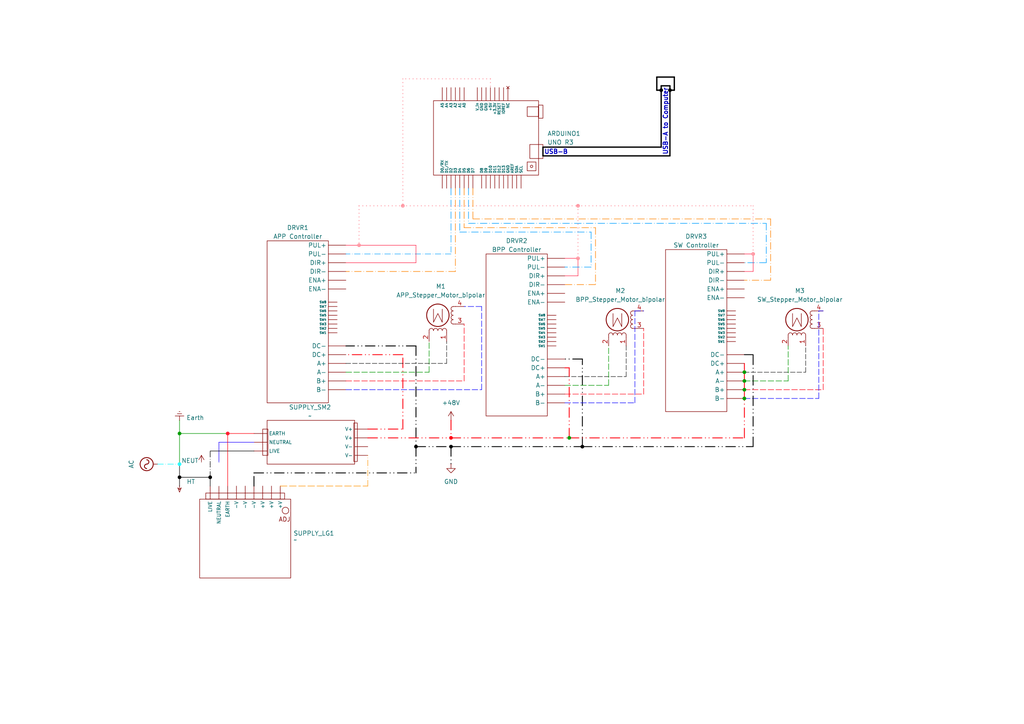
<source format=kicad_sch>
(kicad_sch (version 20231120) (generator "eeschema") (generator_version "8.0")
  (paper "A4")
  (title_block (title "Simulator_Wiring_Diagram") (date "2024-06-20") (rev "1") (company "Hunter White") (comment 1 "Check For Consistency with Hardware"))
  (lib_symbols
    (symbol "Driving_Simulator_Hardware:Arduino_UNO"
      (property "Reference" "ARDUINO" (at 0 14.478 0))
      (property "Value" "UNO R3" (at 0 12.192 0))
      (symbol "Arduino_UNO_0_1"
        (rectangle (start -7.62 7.62) (end 13.97 -22.86))
        (rectangle (start -6.35 8.89) (end -2.54 7.62))
        (rectangle (start -5.842 7.62) (end -3.048 4.318))
        (rectangle (start 5.08 8.89) (end 9.144 5.08))
        (rectangle (start 10.16 6.858) (end 12.7 4.318))
        (circle (center 11.43 5.588) (radius 0.3592))
      )
      (symbol "Arduino_UNO_1_1"
        (pin power_out line (at -11.43 -5.08 0) (length 3.81) (name "+3.3V") (number ""))
        (pin power_out line (at -11.43 -6.35 0) (length 3.81) (name "+5V") (number ""))
        (pin bidirectional line (at -11.43 -13.97 0) (length 3.81) (name "A0") (number ""))
        (pin bidirectional line (at -11.43 -15.24 0) (length 3.81) (name "A1") (number ""))
        (pin bidirectional line (at -11.43 -16.51 0) (length 3.81) (name "A2") (number ""))
        (pin bidirectional line (at -11.43 -17.78 0) (length 3.81) (name "A3") (number ""))
        (pin bidirectional line (at -11.43 -19.05 0) (length 3.81) (name "A4") (number ""))
        (pin bidirectional line (at -11.43 -20.32 0) (length 3.81) (name "A5") (number ""))
        (pin passive line (at 17.78 0 180) (length 3.81) (name "AREF") (number ""))
        (pin free line (at 17.78 -20.32 180) (length 3.81) (name "D0/RX") (number ""))
        (pin free line (at 17.78 -19.05 180) (length 3.81) (name "D1/TX") (number ""))
        (pin bidirectional line (at 17.78 -6.35 180) (length 3.81) (name "D10") (number ""))
        (pin bidirectional line (at 17.78 -5.08 180) (length 3.81) (name "D11") (number ""))
        (pin bidirectional line (at 17.78 -3.81 180) (length 3.81) (name "D12") (number ""))
        (pin bidirectional line (at 17.78 -2.54 180) (length 3.81) (name "D13") (number ""))
        (pin bidirectional line (at 17.78 -17.78 180) (length 3.81) (name "D2") (number ""))
        (pin bidirectional line (at 17.78 -16.51 180) (length 3.81) (name "D3") (number ""))
        (pin bidirectional line (at 17.78 -15.24 180) (length 3.81) (name "D4") (number ""))
        (pin bidirectional line (at 17.78 -13.97 180) (length 3.81) (name "D5") (number ""))
        (pin bidirectional line (at 17.78 -12.7 180) (length 3.81) (name "D6") (number ""))
        (pin bidirectional line (at 17.78 -11.43 180) (length 3.81) (name "D7") (number ""))
        (pin bidirectional line (at 17.78 -8.89 180) (length 3.81) (name "D8") (number ""))
        (pin bidirectional line (at 17.78 -7.62 180) (length 3.81) (name "D9") (number ""))
        (pin power_out line (at -11.43 -8.89 0) (length 3.81) (name "GND") (number ""))
        (pin power_out line (at -11.43 -7.62 0) (length 3.81) (name "GND") (number ""))
        (pin power_out line (at 17.78 -1.27 180) (length 3.81) (name "GND") (number ""))
        (pin passive line (at -11.43 -2.54 0) (length 3.81) (name "IOREF") (number ""))
        (pin no_connect line (at -11.43 -1.27 0) (length 3.81) (name "NC") (number ""))
        (pin input line (at -11.43 -3.81 0) (length 3.81) (name "RESET") (number ""))
        (pin bidirectional line (at 17.78 2.54 180) (length 3.81) (name "SCL") (number ""))
        (pin bidirectional line (at 17.78 1.27 180) (length 3.81) (name "SDA") (number ""))
        (pin power_in line (at -11.43 -10.16 0) (length 3.81) (name "V_in") (number ""))
      )
    )
    (symbol "Driving_Simulator_Hardware:PWR_SUPPLY_LG"
      (property "Reference" "SUPPLY_LG" (at -0.762 1.524 0))
      (symbol "PWR_SUPPLY_LG_0_1"
        (rectangle (start -13.208 0) (end 13.208 -22.86))
        (circle (center -11.684 -19.558) (radius 0.9652))
        (rectangle (start -11.43 -22.86) (end 11.43 -24.638))
      )
      (symbol "PWR_SUPPLY_LG_1_1"
        (text "ADJ" (at -11.43 -17.018 0) (effects (font (size 1.27 1.27))))
        (pin power_out line (at -10.16 -26.67 90) (length 3.81) (name "+V") (number ""))
        (pin power_out line (at -7.62 -26.67 90) (length 3.81) (name "+V") (number ""))
        (pin power_out line (at -5.08 -26.67 90) (length 3.81) (name "+V") (number ""))
        (pin power_out line (at -2.54 -26.67 90) (length 3.81) (name "-V") (number ""))
        (pin power_out line (at 0 -26.67 90) (length 3.81) (name "-V") (number ""))
        (pin power_out line (at 2.54 -26.67 90) (length 3.81) (name "-V") (number ""))
        (pin input line (at 5.08 -26.67 90) (length 3.81) (name "EARTH") (number ""))
        (pin input line (at 10.16 -26.67 90) (length 3.81) (name "LIVE") (number ""))
        (pin input line (at 7.62 -26.67 90) (length 3.81) (name "NEUTRAL") (number ""))
      )
    )
    (symbol "Driving_Simulator_Hardware:Stepper-Driver-ST-M5045"
      (property "Reference" "DRVR" (at -2.032 13.208 0))
      (symbol "Stepper-Driver-ST-M5045_0_1"
        (rectangle (start -8.89 11.43) (end 8.89 -35.56))
      )
      (symbol "Stepper-Driver-ST-M5045_1_1"
        (pin output line (at 13.97 -24.13 180) (length 5.08) (name "A+") (number ""))
        (pin output line (at 13.97 -26.67 180) (length 5.08) (name "A-") (number ""))
        (pin output line (at 13.97 -29.21 180) (length 5.08) (name "B+") (number ""))
        (pin output line (at 13.97 -31.75 180) (length 5.08) (name "B-") (number ""))
        (pin power_in line (at 13.97 -21.59 180) (length 5.08) (name "DC+") (number ""))
        (pin power_in line (at 13.97 -19.05 180) (length 5.08) (name "DC-") (number ""))
        (pin input line (at 13.97 5.08 180) (length 5.08) (name "DIR+") (number ""))
        (pin input line (at 13.97 2.54 180) (length 5.08) (name "DIR-") (number ""))
        (pin input line (at 13.97 0 180) (length 5.08) (name "ENA+") (number ""))
        (pin input line (at 13.97 -2.54 180) (length 5.08) (name "ENA-") (number ""))
        (pin input line (at 13.97 10.16 180) (length 5.08) (name "PUL+") (number ""))
        (pin input line (at 13.97 7.62 180) (length 5.08) (name "PUL-") (number ""))
        (pin passive line (at 11.43 -15.24 180) (length 2.54) (name "SW1") (number ""))
        (pin passive line (at 11.43 -13.97 180) (length 2.54) (name "SW2") (number ""))
        (pin passive line (at 11.43 -12.7 180) (length 2.54) (name "SW3") (number ""))
        (pin passive line (at 11.43 -11.43 180) (length 2.54) (name "SW4") (number ""))
        (pin passive line (at 11.43 -10.16 180) (length 2.54) (name "SW5") (number ""))
        (pin passive line (at 11.43 -8.89 180) (length 2.54) (name "SW6") (number ""))
        (pin passive line (at 11.43 -7.62 180) (length 2.54) (name "SW7") (number ""))
        (pin passive line (at 11.43 -6.35 180) (length 2.54) (name "SW8") (number ""))
      )
    )
    (symbol "Motor:Stepper_Motor_bipolar" (pin_names (offset 0) hide)
      (property "Reference" "M" (at 3.81 2.54 0))
      (property "Value" "Stepper_Motor_bipolar" (at 3.81 1.27 0))
      (symbol "Stepper_Motor_bipolar_0_0"
        (polyline (pts (xy -1.27 -1.778) (xy -1.27 2.032) (xy 0 -0.508) (xy 1.27 2.032) (xy 1.27 -1.778)))
      )
      (symbol "Stepper_Motor_bipolar_0_1"
        (arc (start -4.445 -2.54) (mid -3.8127 -1.905) (end -4.445 -1.27))
        (arc (start -4.445 -1.27) (mid -3.8127 -0.635) (end -4.445 0))
        (arc (start -4.445 0) (mid -3.8127 0.635) (end -4.445 1.27))
        (arc (start -4.445 1.27) (mid -3.8127 1.905) (end -4.445 2.54))
        (arc (start -2.54 4.445) (mid -1.905 3.8127) (end -1.27 4.445))
        (arc (start -1.27 4.445) (mid -0.635 3.8127) (end 0 4.445))
        (polyline (pts (xy -5.08 -2.54) (xy -4.445 -2.54)))
        (polyline (pts (xy -5.08 2.54) (xy -4.445 2.54)))
        (polyline (pts (xy -2.54 5.08) (xy -2.54 4.445)))
        (polyline (pts (xy 2.54 5.08) (xy 2.54 4.445)))
        (circle (center 0 0) (radius 3.2512) (stroke (width 0.254)))
        (arc (start 0 4.445) (mid 0.635 3.8127) (end 1.27 4.445))
        (arc (start 1.27 4.445) (mid 1.905 3.8127) (end 2.54 4.445))
      )
      (symbol "Stepper_Motor_bipolar_1_1"
        (pin passive line (at -2.54 7.62 270) (length 2.54) (name "~") (number "1"))
        (pin passive line (at 2.54 7.62 270) (length 2.54) (name "-") (number "2"))
        (pin passive line (at -7.62 2.54 0) (length 2.54) (name "~") (number "3"))
        (pin passive line (at -7.62 -2.54 0) (length 2.54) (name "~") (number "4"))
      )
    )
    (symbol "PWR_SUPPLY_SM_1"
      (property "Reference" "SUPPLY_SM" (at 0.254 0.762 0))
      (symbol "PWR_SUPPLY_SM_1_0_1"
        (rectangle (start -6.35 12.7) (end 6.35 -12.7))
        (rectangle (start -5.588 13.462) (end 5.588 12.446))
        (rectangle (start -3.81 -12.446) (end 3.81 -13.97))
      )
      (symbol "PWR_SUPPLY_SM_1_1_1"
        (pin power_in line (at -2.54 -16.51 90) (length 3.81) (name "EARTH") (number ""))
        (pin power_in line (at 2.54 -16.51 90) (length 3.81) (name "LIVE") (number ""))
        (pin power_in line (at 0 -16.51 90) (length 3.81) (name "NEUTRAL") (number ""))
        (pin power_in line (at -3.81 16.51 270) (length 3.81) (name "V+") (number ""))
        (pin power_in line (at -1.27 16.51 270) (length 3.81) (name "V+") (number ""))
        (pin power_in line (at 1.27 16.51 270) (length 3.81) (name "V-") (number ""))
        (pin power_in line (at 3.81 16.51 270) (length 3.81) (name "V-") (number ""))
      )
    )
    (symbol "power:+48V" (power) (pin_numbers hide) (pin_names (offset 0) hide)
      (property "Value" "+48V" (at 0 3.556 0))
      (symbol "+48V_0_1"
        (polyline (pts (xy -0.762 1.27) (xy 0 2.54)))
        (polyline (pts (xy 0 0) (xy 0 2.54)))
        (polyline (pts (xy 0 2.54) (xy 0.762 1.27)))
      )
      (symbol "+48V_1_1"
        (pin power_in line (at 0 0 90) (length 0) (name "~") (number "1"))
      )
    )
    (symbol "power:AC" (power) (pin_numbers hide) (pin_names (offset 0) hide)
      (property "Value" "AC" (at 0 6.35 0))
      (symbol "AC_0_1"
        (polyline (pts (xy 0 0) (xy 0 1.27)))
        (arc (start 0 3.175) (mid -0.635 3.8073) (end -1.27 3.175) (stroke (width 0.254)))
        (arc (start 0 3.175) (mid 0.635 2.5427) (end 1.27 3.175) (stroke (width 0.254)))
        (circle (center 0 3.175) (radius 1.905) (stroke (width 0.254)))
      )
      (symbol "AC_1_1"
        (pin power_in line (at 0 0 90) (length 0) (name "~") (number "1"))
      )
    )
    (symbol "power:Earth" (power) (pin_numbers hide) (pin_names (offset 0) hide)
      (property "Value" "Earth" (at 0 -3.81 0))
      (symbol "Earth_0_1"
        (polyline (pts (xy -0.635 -1.905) (xy 0.635 -1.905)))
        (polyline (pts (xy -0.127 -2.54) (xy 0.127 -2.54)))
        (polyline (pts (xy 0 -1.27) (xy 0 0)))
        (polyline (pts (xy 1.27 -1.27) (xy -1.27 -1.27)))
      )
      (symbol "Earth_1_1"
        (pin power_in line (at 0 0 270) (length 0) (name "~") (number "1"))
      )
    )
    (symbol "power:GND" (power) (pin_numbers hide) (pin_names (offset 0) hide)
      (property "Value" "GND" (at 0 -3.81 0))
      (symbol "GND_0_1"
        (polyline (pts (xy 0 0) (xy 0 -1.27) (xy 1.27 -1.27) (xy 0 -2.54) (xy -1.27 -1.27) (xy 0 -1.27)))
      )
      (symbol "GND_1_1"
        (pin power_in line (at 0 0 270) (length 0) (name "~") (number "1"))
      )
    )
    (symbol "power:HT" (power) (pin_numbers hide) (pin_names (offset 0) hide)
      (property "Value" "HT" (at 0 3.048 0))
      (symbol "HT_0_0"
        (pin power_in line (at 0 0 90) (length 0) (name "~") (number "1"))
      )
      (symbol "HT_0_1"
        (polyline (pts (xy 0 0) (xy 0 1.016) (xy 0 1.016)))
        (polyline (pts (xy 0 1.016) (xy 0.508 0.508) (xy 0 1.778) (xy -0.508 0.508) (xy 0 1.016) (xy 0 1.016)))
      )
    )
    (symbol "power:NEUT" (power) (pin_numbers hide) (pin_names (offset 0) hide)
      (property "Value" "NEUT" (at 0 3.556 0))
      (symbol "NEUT_0_1"
        (polyline (pts (xy -0.762 1.27) (xy 0 2.54)))
        (polyline (pts (xy 0 0) (xy 0 2.54)))
        (polyline (pts (xy 0 2.54) (xy 0.762 1.27)))
      )
      (symbol "NEUT_1_1"
        (pin power_in line (at 0 0 90) (length 0) (name "~") (number "1"))
      )
    )
  )
  (junction (at 215.9 113.03))
  (junction (at 58.42 134.62) (color 255 255 255 1))
  (junction (at 218.44 73.66) (color 255 145 156 1))
  (junction (at 130.81 129.54) (color 0 0 0 1))
  (junction (at 167.64 74.93) (color 255 145 156 1))
  (junction (at 52.07 138.43) (color 0 0 0 1))
  (junction (at 215.9 110.49))
  (junction (at 63.5 134.62) (color 255 255 255 1))
  (junction (at 167.64 59.69) (color 255 145 156 1))
  (junction (at 191.77 26.162) (color 0 0 0 1))
  (junction (at 66.04 125.73) (color 255 23 42 1))
  (junction (at 165.1 127))
  (junction (at 215.9 107.95))
  (junction (at 120.65 129.54) (color 0 0 0 1))
  (junction (at 116.84 59.69) (color 255 145 156 1))
  (junction (at 130.81 127) (color 255 0 11 1))
  (junction (at 52.07 125.73))
  (junction (at 215.9 115.57))
  (junction (at 194.31 26.162) (color 0 0 0 1))
  (junction (at 104.14 71.12) (color 255 145 156 1))
  (junction (at 52.07 134.62) (color 34 245 255 1))
  (junction (at 60.96 138.43) (color 0 0 0 1))
  (junction (at 168.91 129.54) (color 0 0 0 1))
  (wire (pts (xy 181.61 109.22) (xy 181.61 100.33)) (stroke (width 0.127) (type dash) (color 0 0 0 1)))
  (wire (pts (xy 168.91 129.54) (xy 218.44 129.54)) (stroke (width 0.254) (type dash_dot_dot) (color 0 0 0 1)))
  (wire (pts (xy 194.31 24.892) (xy 191.77 24.892)) (stroke (width 0.381) (color 0 0 0 1)))
  (wire (pts (xy 124.46 107.95) (xy 124.46 99.06)) (stroke (width 0) (type dash)))
  (wire (pts (xy 116.84 59.69) (xy 167.64 59.69)) (stroke (width 0.254) (type dot) (color 255 145 156 1)))
  (wire (pts (xy 172.72 66.04) (xy 172.72 82.55)) (stroke (width 0.1778) (type dash_dot) (color 255 141 21 1)))
  (wire (pts (xy 137.16 63.5) (xy 223.52 63.5)) (stroke (width 0.1778) (type dash_dot) (color 255 141 21 1)))
  (wire (pts (xy 52.07 125.73) (xy 52.07 134.62)))
  (wire (pts (xy 134.62 66.04) (xy 172.72 66.04)) (stroke (width 0.1778) (type dash_dot) (color 255 141 21 1)))
  (wire (pts (xy 222.25 76.2) (xy 215.9 76.2)) (stroke (width 0.1778) (type dash_dot) (color 19 165 255 1)))
  (wire (pts (xy 191.77 26.162) (xy 190.5 26.162)) (stroke (width 0.381) (color 0 0 0 1)))
  (wire (pts (xy 135.89 64.77) (xy 222.25 64.77)) (stroke (width 0.1778) (type dash_dot) (color 19 165 255 1)))
  (wire (pts (xy 120.65 129.54) (xy 120.65 137.16)) (stroke (width 0.254) (type dash_dot_dot) (color 0 0 0 1)))
  (wire (pts (xy 163.83 74.93) (xy 167.64 74.93)) (stroke (width 0.127) (color 255 6 47 1)))
  (wire (pts (xy 195.58 22.352) (xy 195.58 26.162)) (stroke (width 0.381) (color 0 0 0 1)))
  (wire (pts (xy 104.14 71.12) (xy 120.65 71.12)) (stroke (width 0.127) (color 255 6 47 1)))
  (wire (pts (xy 100.33 71.12) (xy 104.14 71.12)) (stroke (width 0.127) (color 255 6 47 1)))
  (wire (pts (xy 215.9 107.95) (xy 215.9 105.41)) (stroke (width 0.254) (type dash_dot_dot) (color 255 4 17 1)))
  (wire (pts (xy 134.62 54.61) (xy 134.62 66.04)) (stroke (width 0.1778) (type dash_dot) (color 255 141 21 1)))
  (wire (pts (xy 157.48 45.212) (xy 194.31 45.212)) (stroke (width 0.381) (color 0 0 0 1)))
  (wire (pts (xy 129.54 105.41) (xy 129.54 99.06)) (stroke (width 0.127) (type dash) (color 0 0 0 1)))
  (wire (pts (xy 130.81 129.54) (xy 168.91 129.54)) (stroke (width 0.254) (type dash_dot_dot) (color 0 0 0 1)))
  (wire (pts (xy 172.72 82.55) (xy 163.83 82.55)) (stroke (width 0.1778) (type dash_dot) (color 255 141 21 1)))
  (wire (pts (xy 81.28 140.97) (xy 106.68 140.97)) (stroke (width 0.1778) (type dash) (color 255 157 26 1)))
  (wire (pts (xy 163.83 109.22) (xy 181.61 109.22)) (stroke (width 0.127) (type dash) (color 0 0 0 1)))
  (wire (pts (xy 237.49 90.17) (xy 238.76 90.17)) (stroke (width 0) (type dash) (color 15 8 255 1)))
  (wire (pts (xy 104.14 59.69) (xy 116.84 59.69)) (stroke (width 0.254) (type dot) (color 255 145 156 1)))
  (wire (pts (xy 190.5 22.352) (xy 195.58 22.352)) (stroke (width 0.381) (color 0 0 0 1)))
  (wire (pts (xy 63.5 134.62) (xy 63.5 128.27)) (stroke (width 0) (color 29 0 255 1)))
  (wire (pts (xy 132.08 54.61) (xy 132.08 78.74)) (stroke (width 0.1778) (type dash_dot) (color 255 141 21 1)))
  (wire (pts (xy 215.9 115.57) (xy 237.49 115.57)) (stroke (width 0) (type dash) (color 15 8 255 1)))
  (wire (pts (xy 120.65 100.33) (xy 120.65 129.54)) (stroke (width 0.254) (type dash_dot_dot) (color 0 0 0 1)))
  (wire (pts (xy 228.6 110.49) (xy 228.6 100.33)) (stroke (width 0) (type dash)))
  (wire (pts (xy 66.04 125.73) (xy 73.66 125.73)) (stroke (width 0) (color 255 0 13 1)))
  (wire (pts (xy 130.81 54.61) (xy 130.81 68.58)) (stroke (width 0.1778) (type dash_dot) (color 19 165 255 1)))
  (wire (pts (xy 215.9 115.57) (xy 215.9 113.03)) (stroke (width 0.254) (type dash_dot_dot) (color 255 4 17 1)))
  (wire (pts (xy 120.65 100.33) (xy 100.33 100.33)) (stroke (width 0.254) (type dash_dot_dot) (color 0 0 0 1)))
  (wire (pts (xy 142.24 22.86) (xy 142.24 25.4)) (stroke (width 0.254) (type dot) (color 255 145 156 1)))
  (wire (pts (xy 120.65 129.54) (xy 130.81 129.54)) (stroke (width 0.254) (type dash_dot_dot) (color 0 0 0 1)))
  (wire (pts (xy 215.9 110.49) (xy 228.6 110.49)) (stroke (width 0) (type dash)))
  (wire (pts (xy 137.16 54.61) (xy 137.16 63.5)) (stroke (width 0.1778) (type dash_dot) (color 255 141 21 1)))
  (wire (pts (xy 218.44 59.69) (xy 218.44 73.66)) (stroke (width 0.254) (type dot) (color 255 145 156 1)))
  (wire (pts (xy 195.58 26.162) (xy 194.31 26.162)) (stroke (width 0.381) (color 0 0 0 1)))
  (wire (pts (xy 163.83 111.76) (xy 176.53 111.76)) (stroke (width 0) (type dash)))
  (wire (pts (xy 218.44 73.66) (xy 218.44 78.74)) (stroke (width 0.127) (color 255 6 47 1)))
  (wire (pts (xy 176.53 111.76) (xy 176.53 100.33)) (stroke (width 0) (type dash)))
  (wire (pts (xy 186.69 114.3) (xy 186.69 95.25)) (stroke (width 0) (type dash) (color 255 3 22 1)))
  (wire (pts (xy 106.68 127) (xy 130.81 127)) (stroke (width 0.254) (type dash_dot_dot) (color 255 4 17 1)))
  (wire (pts (xy 215.9 107.95) (xy 233.68 107.95)) (stroke (width 0.127) (type dash) (color 0 0 0 1)))
  (wire (pts (xy 130.81 68.58) (xy 130.81 73.66)) (stroke (width 0) (type dash_dot) (color 19 165 255 1)))
  (wire (pts (xy 218.44 78.74) (xy 215.9 78.74)) (stroke (width 0.127) (color 255 6 47 1)))
  (wire (pts (xy 184.15 116.84) (xy 184.15 90.17)) (stroke (width 0) (type dash) (color 15 8 255 1)))
  (wire (pts (xy 130.81 121.92) (xy 130.81 127)) (stroke (width 0.254) (type dash_dot_dot) (color 255 0 13 1)))
  (wire (pts (xy 237.49 115.57) (xy 237.49 90.17)) (stroke (width 0) (type dash) (color 15 8 255 1)))
  (wire (pts (xy 63.5 128.27) (xy 73.66 128.27)) (stroke (width 0) (color 29 0 255 1)))
  (wire (pts (xy 222.25 64.77) (xy 222.25 76.2)) (stroke (width 0.1778) (type dash_dot) (color 19 165 255 1)))
  (wire (pts (xy 52.07 134.62) (xy 52.07 138.43)) (stroke (width 0) (color 0 0 0 1)))
  (wire (pts (xy 165.1 106.68) (xy 163.83 106.68)) (stroke (width 0.254) (type dash_dot_dot) (color 255 4 17 1)))
  (wire (pts (xy 100.33 110.49) (xy 134.62 110.49)) (stroke (width 0) (type dash) (color 255 3 22 1)))
  (wire (pts (xy 157.48 42.672) (xy 157.48 45.212)) (stroke (width 0.381) (color 0 0 0 1)))
  (wire (pts (xy 116.84 102.87) (xy 100.33 102.87)) (stroke (width 0.254) (type dash_dot_dot) (color 255 4 17 1)))
  (wire (pts (xy 45.72 134.62) (xy 52.07 134.62)) (stroke (width 0) (type dash_dot) (color 12 247 255 1)))
  (wire (pts (xy 218.44 129.54) (xy 218.44 102.87)) (stroke (width 0.254) (type dash_dot_dot) (color 0 0 0 1)))
  (wire (pts (xy 60.96 138.43) (xy 60.96 130.81)) (stroke (width 0) (type dash_dot) (color 0 0 0 1)))
  (wire (pts (xy 190.5 26.162) (xy 190.5 22.352)) (stroke (width 0.381) (color 0 0 0 1)))
  (wire (pts (xy 106.68 140.97) (xy 106.68 132.08)) (stroke (width 0) (type dash_dot) (color 255 157 26 1)))
  (wire (pts (xy 134.62 110.49) (xy 134.62 93.98)) (stroke (width 0) (type dash) (color 255 3 22 1)))
  (wire (pts (xy 194.31 26.162) (xy 194.31 24.892)) (stroke (width 0.381) (color 0 0 0 1)))
  (wire (pts (xy 135.89 54.61) (xy 135.89 64.77)) (stroke (width 0.1778) (type dash_dot) (color 19 165 255 1)))
  (wire (pts (xy 60.96 130.81) (xy 73.66 130.81)) (stroke (width 0) (color 0 0 0 1)))
  (wire (pts (xy 139.7 113.03) (xy 139.7 88.9)) (stroke (width 0) (type dash) (color 15 8 255 1)))
  (wire (pts (xy 167.64 74.93) (xy 167.64 80.01)) (stroke (width 0.127) (color 255 6 47 1)))
  (wire (pts (xy 66.04 140.97) (xy 66.04 125.73)) (stroke (width 0) (color 255 0 13 1)))
  (wire (pts (xy 100.33 107.95) (xy 124.46 107.95)) (stroke (width 0) (type dash)))
  (wire (pts (xy 233.68 107.95) (xy 233.68 100.33)) (stroke (width 0.127) (type dash) (color 0 0 0 1)))
  (wire (pts (xy 238.76 113.03) (xy 238.76 95.25)) (stroke (width 0) (type dash) (color 255 3 22 1)))
  (wire (pts (xy 194.31 45.212) (xy 194.31 26.162)) (stroke (width 0.381) (color 0 0 0 1)))
  (wire (pts (xy 130.81 127) (xy 165.1 127)) (stroke (width 0.254) (type dash_dot_dot) (color 255 4 17 1)))
  (wire (pts (xy 171.45 77.47) (xy 163.83 77.47)) (stroke (width 0.1778) (type dash_dot) (color 19 165 255 1)))
  (wire (pts (xy 130.81 73.66) (xy 100.33 73.66)) (stroke (width 0) (type dash_dot) (color 19 165 255 1)))
  (wire (pts (xy 132.08 78.74) (xy 100.33 78.74)) (stroke (width 0.1778) (type dash_dot) (color 255 141 21 1)))
  (wire (pts (xy 215.9 127) (xy 215.9 115.57)) (stroke (width 0.254) (type dash_dot_dot) (color 255 4 17 1)))
  (wire (pts (xy 142.24 22.86) (xy 116.84 22.86)) (stroke (width 0.254) (type dot) (color 255 145 156 1)))
  (wire (pts (xy 73.66 137.16) (xy 120.65 137.16)) (stroke (width 0.254) (type dash_dot_dot) (color 0 0 0 1)))
  (wire (pts (xy 163.83 116.84) (xy 184.15 116.84)) (stroke (width 0) (type dash) (color 15 8 255 1)))
  (wire (pts (xy 104.14 59.69) (xy 104.14 71.12)) (stroke (width 0.254) (type dot) (color 255 145 156 1)))
  (wire (pts (xy 116.84 22.86) (xy 116.84 59.69)) (stroke (width 0.254) (type dot) (color 255 145 156 1)))
  (wire (pts (xy 116.84 124.46) (xy 116.84 102.87)) (stroke (width 0.254) (type dash_dot_dot) (color 255 4 17 1)))
  (wire (pts (xy 191.77 26.162) (xy 191.77 42.672)) (stroke (width 0.381) (color 0 0 0 1)))
  (wire (pts (xy 168.91 129.54) (xy 168.91 104.14)) (stroke (width 0.254) (type dash_dot_dot) (color 0 0 0 1)))
  (wire (pts (xy 184.15 90.17) (xy 186.69 90.17)) (stroke (width 0) (type dash) (color 15 8 255 1)))
  (wire (pts (xy 52.07 134.62) (xy 58.42 134.62)) (stroke (width 0) (color 255 255 255 1)))
  (wire (pts (xy 165.1 127) (xy 215.9 127)) (stroke (width 0.254) (type dash_dot_dot) (color 255 4 17 1)))
  (wire (pts (xy 52.07 138.43) (xy 60.96 138.43)) (stroke (width 0) (color 0 0 0 1)))
  (wire (pts (xy 63.5 140.97) (xy 63.5 134.62)) (stroke (width 0) (color 255 255 255 1)))
  (wire (pts (xy 165.1 127) (xy 165.1 106.68)) (stroke (width 0.254) (type dash_dot_dot) (color 255 4 17 1)))
  (wire (pts (xy 168.91 104.14) (xy 163.83 104.14)) (stroke (width 0.254) (type dash_dot_dot) (color 0 0 0 1)))
  (wire (pts (xy 215.9 113.03) (xy 215.9 110.49)) (stroke (width 0.254) (type dash_dot_dot) (color 255 4 17 1)))
  (wire (pts (xy 139.7 88.9) (xy 134.62 88.9)) (stroke (width 0) (type dash) (color 15 8 255 1)))
  (wire (pts (xy 106.68 124.46) (xy 116.84 124.46)) (stroke (width 0.254) (type dash_dot_dot) (color 255 4 17 1)))
  (wire (pts (xy 163.83 114.3) (xy 186.69 114.3)) (stroke (width 0) (type dash) (color 255 3 22 1)))
  (wire (pts (xy 215.9 113.03) (xy 238.76 113.03)) (stroke (width 0) (type dash) (color 255 3 22 1)))
  (wire (pts (xy 218.44 102.87) (xy 215.9 102.87)) (stroke (width 0.254) (type dash_dot_dot) (color 0 0 0 1)))
  (wire (pts (xy 191.77 42.672) (xy 157.48 42.672)) (stroke (width 0.381) (color 0 0 0 1)))
  (wire (pts (xy 120.65 76.2) (xy 100.33 76.2)) (stroke (width 0.127) (color 255 6 47 1)))
  (wire (pts (xy 133.35 54.61) (xy 133.35 67.31)) (stroke (width 0.1778) (type dash_dot) (color 19 165 255 1)))
  (wire (pts (xy 130.81 129.54) (xy 130.81 134.62)) (stroke (width 0.254) (type dash_dot_dot) (color 0 0 0 1)))
  (wire (pts (xy 52.07 125.73) (xy 52.07 121.92)))
  (wire (pts (xy 167.64 80.01) (xy 163.83 80.01)) (stroke (width 0.127) (color 255 6 47 1)))
  (wire (pts (xy 215.9 73.66) (xy 218.44 73.66)) (stroke (width 0.127) (color 255 6 47 1)))
  (wire (pts (xy 223.52 81.28) (xy 215.9 81.28)) (stroke (width 0.1778) (type dash_dot) (color 255 141 21 1)))
  (wire (pts (xy 120.65 71.12) (xy 120.65 76.2)) (stroke (width 0.127) (color 255 6 47 1)))
  (wire (pts (xy 100.33 105.41) (xy 129.54 105.41)) (stroke (width 0.127) (type dash) (color 0 0 0 1)))
  (wire (pts (xy 60.96 140.97) (xy 60.96 138.43)) (stroke (width 0) (color 0 0 0 1)))
  (wire (pts (xy 223.52 63.5) (xy 223.52 81.28)) (stroke (width 0.1778) (type dash_dot) (color 255 141 21 1)))
  (wire (pts (xy 100.33 113.03) (xy 139.7 113.03)) (stroke (width 0) (type dash) (color 15 8 255 1)))
  (wire (pts (xy 191.77 24.892) (xy 191.77 26.162)) (stroke (width 0.381) (color 0 0 0 1)))
  (wire (pts (xy 52.07 125.73) (xy 66.04 125.73)))
  (wire (pts (xy 133.35 67.31) (xy 171.45 67.31)) (stroke (width 0.1778) (type dash_dot) (color 19 165 255 1)))
  (wire (pts (xy 58.42 134.62) (xy 63.5 134.62)) (stroke (width 0) (color 255 255 255 1)))
  (wire (pts (xy 215.9 110.49) (xy 215.9 107.95)) (stroke (width 0.254) (type dash_dot_dot) (color 255 4 17 1)))
  (wire (pts (xy 73.66 140.97) (xy 73.66 137.16)) (stroke (width 0.254) (type dash_dot_dot) (color 0 0 0 1)))
  (wire (pts (xy 167.64 59.69) (xy 167.64 74.93)) (stroke (width 0.254) (type dot) (color 255 145 156 1)))
  (wire (pts (xy 167.64 59.69) (xy 218.44 59.69)) (stroke (width 0.254) (type dot) (color 255 145 156 1)))
  (wire (pts (xy 52.07 138.43) (xy 52.07 140.97)) (stroke (width 0) (color 0 0 0 1)))
  (wire (pts (xy 171.45 67.31) (xy 171.45 77.47)) (stroke (width 0.1778) (type dash_dot) (color 19 165 255 1)))
  (text "USB-A to Computer" (at 193.04 35.306 90) (effects (font (size 1.27 1.27) (bold yes))))
  (text "USB-B\n" (at 161.29 44.196 0) (effects (font (size 1.27 1.27) (thickness 0.254) (bold yes))))
  (symbol (lib_id "Motor:Stepper_Motor_bipolar") (at 179.07 92.71 180) (unit 1)
    (property "Reference" "M2" (at 179.9209 84.3308 0))
    (property "Value" "BPP_Stepper_Motor_bipolar" (at 179.9209 86.8708 0))
    (property "Datasheet" "http://www.infineon.com/dgdl/Application-Note-TLE8110EE_driving_UniPolarStepperMotor_V1.1.pdf?fileId=db3a30431be39b97011be5d0aa0a00b0" (effects (hide yes)))
    (property "Description" "4-wire bipolar stepper motor" (effects (hide yes)))
  )
  (symbol (lib_id "Driving_Simulator_Hardware:Stepper-Driver-ST-M5045") (at 86.36 81.28 0) (unit 1)
    (property "Reference" "DRVR1" (at 86.36 66.04 0))
    (property "Value" "APP Controller" (at 86.36 68.58 0))
  )
  (symbol (lib_id "Driving_Simulator_Hardware:Stepper-Driver-ST-M5045") (at 149.86 85.09 0) (unit 1)
    (property "Reference" "DRVR2" (at 149.86 69.85 0))
    (property "Value" "BPP Controller" (at 149.86 72.39 0))
  )
  (symbol (lib_id "power:+48V") (at 130.81 121.92 0) (unit 1)
    (property "Reference" "#PWR03" (effects (hide yes)))
    (property "Value" "+48V" (at 130.81 116.84 0))
    (property "Description" "Power symbol creates a global label with name \"+48V\"" (effects (hide yes)))
  )
  (symbol (lib_id "power:HT") (at 52.07 140.97 180) (unit 1)
    (property "Reference" "#PWR07" (effects (hide yes)))
    (property "Value" "HT" (at 55.372 139.7 0))
    (property "Description" "Power symbol creates a global label with name \"HT\"" (effects (hide yes)))
  )
  (symbol (lib_id "Motor:Stepper_Motor_bipolar") (at 231.14 92.71 180) (unit 1)
    (property "Reference" "M3" (at 231.9909 84.3308 0))
    (property "Value" "SW_Stepper_Motor_bipolar" (at 231.9909 86.8708 0))
    (property "Datasheet" "http://www.infineon.com/dgdl/Application-Note-TLE8110EE_driving_UniPolarStepperMotor_V1.1.pdf?fileId=db3a30431be39b97011be5d0aa0a00b0" (effects (hide yes)))
    (property "Description" "4-wire bipolar stepper motor" (effects (hide yes)))
  )
  (symbol (lib_id "power:AC") (at 45.72 134.62 90) (unit 1)
    (property "Reference" "#PWR01" (effects (hide yes)))
    (property "Value" "AC" (at 38.1 134.62 0))
    (property "Description" "Power symbol creates a global label with name \"AC\"" (effects (hide yes)))
  )
  (symbol (lib_id "power:NEUT") (at 58.42 134.62 0) (unit 1)
    (property "Reference" "#PWR06" (effects (hide yes)))
    (property "Value" "NEUT" (at 55.118 133.604 0))
    (property "Description" "Power symbol creates a global label with name \"NEUT\"" (effects (hide yes)))
  )
  (symbol (lib_id "Driving_Simulator_Hardware:Stepper-Driver-ST-M5045") (at 201.93 83.82 0) (unit 1)
    (property "Reference" "DRVR3" (at 201.93 68.58 0))
    (property "Value" "SW Controller" (at 201.93 71.12 0))
  )
  (symbol (lib_name "PWR_SUPPLY_SM_1") (lib_id "Driving_Simulator_Hardware:PWR_SUPPLY_SM") (at 90.17 128.27 270) (unit 1)
    (property "Reference" "SUPPLY_SM2" (at 89.916 118.11 90))
    (property "Value" "~" (at 89.916 120.65 90))
  )
  (symbol (lib_id "Motor:Stepper_Motor_bipolar") (at 127 91.44 180) (unit 1)
    (property "Reference" "M1" (at 127.8509 83.0608 0))
    (property "Value" "APP_Stepper_Motor_bipolar" (at 127.8509 85.6008 0))
    (property "Datasheet" "http://www.infineon.com/dgdl/Application-Note-TLE8110EE_driving_UniPolarStepperMotor_V1.1.pdf?fileId=db3a30431be39b97011be5d0aa0a00b0" (effects (hide yes)))
    (property "Description" "4-wire bipolar stepper motor" (effects (hide yes)))
  )
  (symbol (lib_id "Driving_Simulator_Hardware:PWR_SUPPLY_LG") (at 71.12 167.64 180) (unit 1)
    (property "Reference" "SUPPLY_LG1" (at 85.09 154.6859 0) (effects (justify right)))
    (property "Value" "~" (at 85.09 156.591 0) (effects (justify right)))
  )
  (symbol (lib_id "power:Earth") (at 52.07 121.92 180) (unit 1)
    (property "Reference" "#PWR04" (effects (hide yes)))
    (property "Value" "Earth" (at 56.642 121.158 0))
    (property "Description" "Power symbol creates a global label with name \"Earth\"" (effects (hide yes)))
  )
  (symbol (lib_id "power:GND") (at 130.81 134.62 0) (unit 1)
    (property "Reference" "#PWR05" (effects (hide yes)))
    (property "Value" "GND" (at 130.81 139.7 0))
    (property "Description" "Power symbol creates a global label with name \"GND\" , ground" (effects (hide yes)))
  )
  (symbol (lib_id "Driving_Simulator_Hardware:Arduino_UNO") (at 148.59 36.83 270) (unit 1)
    (property "Reference" "ARDUINO1" (at 158.75 38.7349 90) (effects (justify left)))
    (property "Value" "UNO R3" (at 158.75 41.2749 90) (effects (justify left)))
  )
)
</source>
